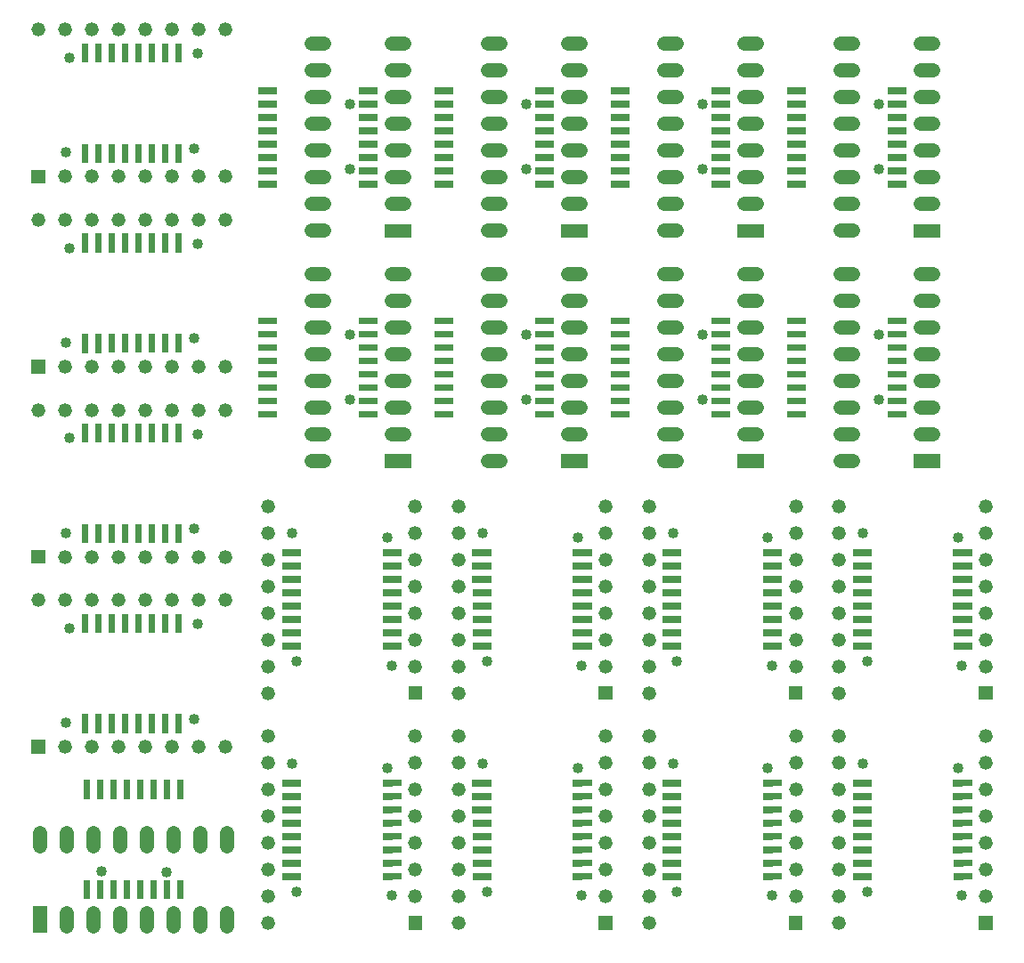
<source format=gts>
%FSLAX24Y24*%
%MOIN*%
%ADD10C,0.0400*%
%ADD11C,0.0520*%
D10*
G01X12495Y22865D03*
X12485Y20422D03*
X12495Y31485D03*
X12485Y29042D03*
X5625Y2725D03*
X3182Y2735D03*
X25695Y31485D03*
X25685Y29042D03*
X19095Y22865D03*
X19085Y20422D03*
X25695Y22865D03*
X25685Y20422D03*
X19095Y31485D03*
X19085Y29042D03*
X32295Y31485D03*
X32285Y29042D03*
X32295Y22865D03*
X32285Y20422D03*
X6633Y29822D03*
X6782Y33372D03*
X1840Y29668D03*
X1990Y33220D03*
X13878Y6633D03*
X10328Y6782D03*
X14032Y1840D03*
X10480Y1990D03*
X20998Y6633D03*
X17448Y6782D03*
X21152Y1840D03*
X17600Y1990D03*
X35238Y6633D03*
X31688Y6782D03*
X35392Y1840D03*
X31840Y1990D03*
X28118Y6633D03*
X24568Y6782D03*
X28272Y1840D03*
X24720Y1990D03*
X13878Y15253D03*
X10328Y15402D03*
X14032Y10460D03*
X10480Y10610D03*
X20998Y15253D03*
X17448Y15402D03*
X21152Y10460D03*
X17600Y10610D03*
X28118Y15253D03*
X24568Y15402D03*
X28272Y10460D03*
X24720Y10610D03*
X6633Y22702D03*
X6782Y26252D03*
X1840Y22548D03*
X1990Y26100D03*
X6633Y15582D03*
X6782Y19132D03*
X1840Y15428D03*
X1990Y18980D03*
X6633Y8462D03*
X6782Y12012D03*
X1840Y8308D03*
X1990Y11860D03*
X35238Y15253D03*
X31688Y15402D03*
X35392Y10460D03*
X31840Y10610D03*
D11*
G01X11043Y18115D02*
X11523Y18115D01*
X14043Y20115D02*
X14523Y20115D01*
X14043Y19115D02*
X14523Y19115D01*
X11043Y19115D02*
X11523Y19115D01*
X11043Y25115D02*
X11523Y25115D01*
X11043Y24115D02*
X11523Y24115D01*
X14043Y22115D02*
X14523Y22115D01*
X14043Y24115D02*
X14523Y24115D01*
X14043Y21115D02*
X14523Y21115D01*
X14043Y25115D02*
X14523Y25115D01*
X14043Y23115D02*
X14523Y23115D01*
X11043Y21115D02*
X11523Y21115D01*
X11043Y20115D02*
X11523Y20115D01*
X11043Y23115D02*
X11523Y23115D01*
X11043Y22115D02*
X11523Y22115D01*
X11043Y26735D02*
X11523Y26735D01*
X14043Y28735D02*
X14523Y28735D01*
X14043Y27735D02*
X14523Y27735D01*
X11043Y27735D02*
X11523Y27735D01*
X11043Y33735D02*
X11523Y33735D01*
X11043Y32735D02*
X11523Y32735D01*
X14043Y30735D02*
X14523Y30735D01*
X14043Y32735D02*
X14523Y32735D01*
X14043Y29735D02*
X14523Y29735D01*
X14043Y33735D02*
X14523Y33735D01*
X14043Y31735D02*
X14523Y31735D01*
X11043Y29735D02*
X11523Y29735D01*
X11043Y28735D02*
X11523Y28735D01*
X11043Y31735D02*
X11523Y31735D01*
X11043Y30735D02*
X11523Y30735D01*
X875Y4177D02*
X875Y3697D01*
X2875Y1177D02*
X2875Y697D01*
X1875Y1177D02*
X1875Y697D01*
X1875Y4177D02*
X1875Y3697D01*
X7875Y4177D02*
X7875Y3697D01*
X6875Y4177D02*
X6875Y3697D01*
X4875Y1177D02*
X4875Y697D01*
X6875Y1177D02*
X6875Y697D01*
X3875Y1177D02*
X3875Y697D01*
X7875Y1177D02*
X7875Y697D01*
X5875Y1177D02*
X5875Y697D01*
X3875Y4177D02*
X3875Y3697D01*
X2875Y4177D02*
X2875Y3697D01*
X5875Y4177D02*
X5875Y3697D01*
X4875Y4177D02*
X4875Y3697D01*
X24243Y26735D02*
X24723Y26735D01*
X27243Y28735D02*
X27723Y28735D01*
X27243Y27735D02*
X27723Y27735D01*
X24243Y27735D02*
X24723Y27735D01*
X24243Y33735D02*
X24723Y33735D01*
X24243Y32735D02*
X24723Y32735D01*
X27243Y30735D02*
X27723Y30735D01*
X27243Y32735D02*
X27723Y32735D01*
X27243Y29735D02*
X27723Y29735D01*
X27243Y33735D02*
X27723Y33735D01*
X27243Y31735D02*
X27723Y31735D01*
X24243Y29735D02*
X24723Y29735D01*
X24243Y28735D02*
X24723Y28735D01*
X24243Y31735D02*
X24723Y31735D01*
X24243Y30735D02*
X24723Y30735D01*
X17643Y18115D02*
X18123Y18115D01*
X20643Y20115D02*
X21123Y20115D01*
X20643Y19115D02*
X21123Y19115D01*
X17643Y19115D02*
X18123Y19115D01*
X17643Y25115D02*
X18123Y25115D01*
X17643Y24115D02*
X18123Y24115D01*
X20643Y22115D02*
X21123Y22115D01*
X20643Y24115D02*
X21123Y24115D01*
X20643Y21115D02*
X21123Y21115D01*
X20643Y25115D02*
X21123Y25115D01*
X20643Y23115D02*
X21123Y23115D01*
X17643Y21115D02*
X18123Y21115D01*
X17643Y20115D02*
X18123Y20115D01*
X17643Y23115D02*
X18123Y23115D01*
X17643Y22115D02*
X18123Y22115D01*
X24243Y18115D02*
X24723Y18115D01*
X27243Y20115D02*
X27723Y20115D01*
X27243Y19115D02*
X27723Y19115D01*
X24243Y19115D02*
X24723Y19115D01*
X24243Y25115D02*
X24723Y25115D01*
X24243Y24115D02*
X24723Y24115D01*
X27243Y22115D02*
X27723Y22115D01*
X27243Y24115D02*
X27723Y24115D01*
X27243Y21115D02*
X27723Y21115D01*
X27243Y25115D02*
X27723Y25115D01*
X27243Y23115D02*
X27723Y23115D01*
X24243Y21115D02*
X24723Y21115D01*
X24243Y20115D02*
X24723Y20115D01*
X24243Y23115D02*
X24723Y23115D01*
X24243Y22115D02*
X24723Y22115D01*
X17643Y26735D02*
X18123Y26735D01*
X20643Y28735D02*
X21123Y28735D01*
X20643Y27735D02*
X21123Y27735D01*
X17643Y27735D02*
X18123Y27735D01*
X17643Y33735D02*
X18123Y33735D01*
X17643Y32735D02*
X18123Y32735D01*
X20643Y30735D02*
X21123Y30735D01*
X20643Y32735D02*
X21123Y32735D01*
X20643Y29735D02*
X21123Y29735D01*
X20643Y33735D02*
X21123Y33735D01*
X20643Y31735D02*
X21123Y31735D01*
X17643Y29735D02*
X18123Y29735D01*
X17643Y28735D02*
X18123Y28735D01*
X17643Y31735D02*
X18123Y31735D01*
X17643Y30735D02*
X18123Y30735D01*
X30843Y26735D02*
X31323Y26735D01*
X33843Y28735D02*
X34323Y28735D01*
X33843Y27735D02*
X34323Y27735D01*
X30843Y27735D02*
X31323Y27735D01*
X30843Y33735D02*
X31323Y33735D01*
X30843Y32735D02*
X31323Y32735D01*
X33843Y30735D02*
X34323Y30735D01*
X33843Y32735D02*
X34323Y32735D01*
X33843Y29735D02*
X34323Y29735D01*
X33843Y33735D02*
X34323Y33735D01*
X33843Y31735D02*
X34323Y31735D01*
X30843Y29735D02*
X31323Y29735D01*
X30843Y28735D02*
X31323Y28735D01*
X30843Y31735D02*
X31323Y31735D01*
X30843Y30735D02*
X31323Y30735D01*
X30843Y18115D02*
X31323Y18115D01*
X33843Y20115D02*
X34323Y20115D01*
X33843Y19115D02*
X34323Y19115D01*
X30843Y19115D02*
X31323Y19115D01*
X30843Y25115D02*
X31323Y25115D01*
X30843Y24115D02*
X31323Y24115D01*
X33843Y22115D02*
X34323Y22115D01*
X33843Y24115D02*
X34323Y24115D01*
X33843Y21115D02*
X34323Y21115D01*
X33843Y25115D02*
X34323Y25115D01*
X33843Y23115D02*
X34323Y23115D01*
X30843Y21115D02*
X31323Y21115D01*
X30843Y20115D02*
X31323Y20115D01*
X30843Y23115D02*
X31323Y23115D01*
X30843Y22115D02*
X31323Y22115D01*
X6812Y34273D03*
X1812Y34273D03*
X3812Y34273D03*
X4812Y34273D03*
X812Y34273D03*
X3812Y28773D03*
X1812Y28773D03*
X2812Y34273D03*
X7812Y34273D03*
X4812Y28773D03*
X5812Y34273D03*
X7812Y28773D03*
X2812Y28773D03*
X6812Y28773D03*
X5812Y28773D03*
X9427Y6812D03*
X9427Y1812D03*
X9427Y3812D03*
X9427Y4812D03*
X9427Y812D03*
X14927Y3812D03*
X14927Y1812D03*
X9427Y2812D03*
X9427Y7812D03*
X14927Y4812D03*
X9427Y5812D03*
X14927Y7812D03*
X14927Y2812D03*
X14927Y6812D03*
X14927Y5812D03*
X16547Y6812D03*
X16547Y1812D03*
X16547Y3812D03*
X16547Y4812D03*
X16547Y812D03*
X22047Y3812D03*
X22047Y1812D03*
X16547Y2812D03*
X16547Y7812D03*
X22047Y4812D03*
X16547Y5812D03*
X22047Y7812D03*
X22047Y2812D03*
X22047Y6812D03*
X22047Y5812D03*
X30787Y6812D03*
X30787Y1812D03*
X30787Y3812D03*
X30787Y4812D03*
X30787Y812D03*
X36287Y3812D03*
X36287Y1812D03*
X30787Y2812D03*
X30787Y7812D03*
X36287Y4812D03*
X30787Y5812D03*
X36287Y7812D03*
X36287Y2812D03*
X36287Y6812D03*
X36287Y5812D03*
X23667Y6812D03*
X23667Y1812D03*
X23667Y3812D03*
X23667Y4812D03*
X23667Y812D03*
X29167Y3812D03*
X29167Y1812D03*
X23667Y2812D03*
X23667Y7812D03*
X29167Y4812D03*
X23667Y5812D03*
X29167Y7812D03*
X29167Y2812D03*
X29167Y6812D03*
X29167Y5812D03*
X9427Y15432D03*
X9427Y10432D03*
X9427Y12432D03*
X9427Y13432D03*
X9427Y9432D03*
X14927Y12432D03*
X14927Y10432D03*
X9427Y11432D03*
X9427Y16432D03*
X14927Y13432D03*
X9427Y14432D03*
X14927Y16432D03*
X14927Y11432D03*
X14927Y15432D03*
X14927Y14432D03*
X16547Y15432D03*
X16547Y10432D03*
X16547Y12432D03*
X16547Y13432D03*
X16547Y9432D03*
X22047Y12432D03*
X22047Y10432D03*
X16547Y11432D03*
X16547Y16432D03*
X22047Y13432D03*
X16547Y14432D03*
X22047Y16432D03*
X22047Y11432D03*
X22047Y15432D03*
X22047Y14432D03*
X23667Y15432D03*
X23667Y10432D03*
X23667Y12432D03*
X23667Y13432D03*
X23667Y9432D03*
X29167Y12432D03*
X29167Y10432D03*
X23667Y11432D03*
X23667Y16432D03*
X29167Y13432D03*
X23667Y14432D03*
X29167Y16432D03*
X29167Y11432D03*
X29167Y15432D03*
X29167Y14432D03*
X6812Y27153D03*
X1812Y27153D03*
X3812Y27153D03*
X4812Y27153D03*
X812Y27153D03*
X3812Y21653D03*
X1812Y21653D03*
X2812Y27153D03*
X7812Y27153D03*
X4812Y21653D03*
X5812Y27153D03*
X7812Y21653D03*
X2812Y21653D03*
X6812Y21653D03*
X5812Y21653D03*
X6812Y20033D03*
X1812Y20033D03*
X3812Y20033D03*
X4812Y20033D03*
X812Y20033D03*
X3812Y14533D03*
X1812Y14533D03*
X2812Y20033D03*
X7812Y20033D03*
X4812Y14533D03*
X5812Y20033D03*
X7812Y14533D03*
X2812Y14533D03*
X6812Y14533D03*
X5812Y14533D03*
X6812Y12913D03*
X1812Y12913D03*
X3812Y12913D03*
X4812Y12913D03*
X812Y12913D03*
X3812Y7413D03*
X1812Y7413D03*
X2812Y12913D03*
X7812Y12913D03*
X4812Y7413D03*
X5812Y12913D03*
X7812Y7413D03*
X2812Y7413D03*
X6812Y7413D03*
X5812Y7413D03*
X30787Y15432D03*
X30787Y10432D03*
X30787Y12432D03*
X30787Y13432D03*
X30787Y9432D03*
X36287Y12432D03*
X36287Y10432D03*
X30787Y11432D03*
X30787Y16432D03*
X36287Y13432D03*
X30787Y14432D03*
X36287Y16432D03*
X36287Y11432D03*
X36287Y15432D03*
X36287Y14432D03*
G36*
X13783Y18375D02*
X13783Y17855D01*
X14783Y17855D01*
X14783Y18375D01*
X13783Y18375D01*
G37*
G36*
X12807Y23492D02*
X12807Y23236D01*
X13516Y23237D01*
X13516Y23493D01*
X12807Y23492D01*
G37*
G36*
X12808Y19992D02*
X12808Y19736D01*
X13517Y19737D01*
X13517Y19993D01*
X12808Y19992D01*
G37*
G36*
X9047Y22492D02*
X9047Y22236D01*
X9756Y22237D01*
X9756Y22493D01*
X9047Y22492D01*
G37*
G36*
X12807Y21992D02*
X12807Y21736D01*
X13516Y21737D01*
X13516Y21993D01*
X12807Y21992D01*
G37*
G36*
X12807Y22492D02*
X12807Y22236D01*
X13516Y22237D01*
X13516Y22493D01*
X12807Y22492D01*
G37*
G36*
X12807Y21492D02*
X12807Y21236D01*
X13516Y21237D01*
X13516Y21493D01*
X12807Y21492D01*
G37*
G36*
X9048Y21992D02*
X9048Y21736D01*
X9757Y21737D01*
X9757Y21993D01*
X9048Y21992D01*
G37*
G36*
X9048Y21492D02*
X9048Y21236D01*
X9757Y21237D01*
X9757Y21493D01*
X9048Y21492D01*
G37*
G36*
X9047Y22992D02*
X9047Y22736D01*
X9756Y22737D01*
X9756Y22993D01*
X9047Y22992D01*
G37*
G36*
X9048Y19992D02*
X9048Y19736D01*
X9757Y19737D01*
X9757Y19993D01*
X9048Y19992D01*
G37*
G36*
X12807Y20992D02*
X12807Y20736D01*
X13516Y20737D01*
X13516Y20993D01*
X12807Y20992D01*
G37*
G36*
X9048Y20492D02*
X9048Y20236D01*
X9757Y20237D01*
X9757Y20493D01*
X9048Y20492D01*
G37*
G36*
X9048Y20992D02*
X9048Y20736D01*
X9757Y20737D01*
X9757Y20993D01*
X9048Y20992D01*
G37*
G36*
X9047Y23492D02*
X9047Y23236D01*
X9756Y23237D01*
X9756Y23493D01*
X9047Y23492D01*
G37*
G36*
X12807Y22992D02*
X12807Y22736D01*
X13516Y22737D01*
X13516Y22993D01*
X12807Y22992D01*
G37*
G36*
X12807Y20492D02*
X12807Y20236D01*
X13516Y20237D01*
X13516Y20493D01*
X12807Y20492D01*
G37*
G36*
X13783Y26995D02*
X13783Y26475D01*
X14783Y26475D01*
X14783Y26995D01*
X13783Y26995D01*
G37*
G36*
X12807Y32112D02*
X12807Y31856D01*
X13516Y31857D01*
X13516Y32113D01*
X12807Y32112D01*
G37*
G36*
X12808Y28612D02*
X12808Y28356D01*
X13517Y28357D01*
X13517Y28613D01*
X12808Y28612D01*
G37*
G36*
X9047Y31112D02*
X9047Y30856D01*
X9756Y30857D01*
X9756Y31113D01*
X9047Y31112D01*
G37*
G36*
X12807Y30612D02*
X12807Y30356D01*
X13516Y30357D01*
X13516Y30613D01*
X12807Y30612D01*
G37*
G36*
X12807Y31112D02*
X12807Y30856D01*
X13516Y30857D01*
X13516Y31113D01*
X12807Y31112D01*
G37*
G36*
X12807Y30112D02*
X12807Y29856D01*
X13516Y29857D01*
X13516Y30113D01*
X12807Y30112D01*
G37*
G36*
X9048Y30612D02*
X9048Y30356D01*
X9757Y30357D01*
X9757Y30613D01*
X9048Y30612D01*
G37*
G36*
X9048Y30112D02*
X9048Y29856D01*
X9757Y29857D01*
X9757Y30113D01*
X9048Y30112D01*
G37*
G36*
X9047Y31612D02*
X9047Y31356D01*
X9756Y31357D01*
X9756Y31613D01*
X9047Y31612D01*
G37*
G36*
X9048Y28612D02*
X9048Y28356D01*
X9757Y28357D01*
X9757Y28613D01*
X9048Y28612D01*
G37*
G36*
X12807Y29612D02*
X12807Y29356D01*
X13516Y29357D01*
X13516Y29613D01*
X12807Y29612D01*
G37*
G36*
X9048Y29112D02*
X9048Y28856D01*
X9757Y28857D01*
X9757Y29113D01*
X9048Y29112D01*
G37*
G36*
X9048Y29612D02*
X9048Y29356D01*
X9757Y29357D01*
X9757Y29613D01*
X9048Y29612D01*
G37*
G36*
X9047Y32112D02*
X9047Y31856D01*
X9756Y31857D01*
X9756Y32113D01*
X9047Y32112D01*
G37*
G36*
X12807Y31612D02*
X12807Y31356D01*
X13516Y31357D01*
X13516Y31613D01*
X12807Y31612D01*
G37*
G36*
X12807Y29112D02*
X12807Y28856D01*
X13516Y28857D01*
X13516Y29113D01*
X12807Y29112D01*
G37*
G36*
X1135Y1437D02*
X615Y1437D01*
X615Y437D01*
X1135Y437D01*
X1135Y1437D01*
G37*
G36*
X6252Y2412D02*
X5996Y2412D01*
X5997Y1703D01*
X6253Y1703D01*
X6252Y2412D01*
G37*
G36*
X2752Y2411D02*
X2496Y2411D01*
X2497Y1702D01*
X2753Y1702D01*
X2752Y2411D01*
G37*
G36*
X5252Y6172D02*
X4996Y6172D01*
X4997Y5463D01*
X5253Y5463D01*
X5252Y6172D01*
G37*
G36*
X4752Y2412D02*
X4496Y2412D01*
X4497Y1703D01*
X4753Y1703D01*
X4752Y2412D01*
G37*
G36*
X5252Y2412D02*
X4996Y2412D01*
X4997Y1703D01*
X5253Y1703D01*
X5252Y2412D01*
G37*
G36*
X4252Y2412D02*
X3996Y2412D01*
X3997Y1703D01*
X4253Y1703D01*
X4252Y2412D01*
G37*
G36*
X4752Y6171D02*
X4496Y6171D01*
X4497Y5462D01*
X4753Y5462D01*
X4752Y6171D01*
G37*
G36*
X4252Y6171D02*
X3996Y6171D01*
X3997Y5462D01*
X4253Y5462D01*
X4252Y6171D01*
G37*
G36*
X5752Y6172D02*
X5496Y6172D01*
X5497Y5463D01*
X5753Y5463D01*
X5752Y6172D01*
G37*
G36*
X2752Y6171D02*
X2496Y6171D01*
X2497Y5462D01*
X2753Y5462D01*
X2752Y6171D01*
G37*
G36*
X3752Y2412D02*
X3496Y2412D01*
X3497Y1703D01*
X3753Y1703D01*
X3752Y2412D01*
G37*
G36*
X3252Y6171D02*
X2996Y6171D01*
X2997Y5462D01*
X3253Y5462D01*
X3252Y6171D01*
G37*
G36*
X3752Y6171D02*
X3496Y6171D01*
X3497Y5462D01*
X3753Y5462D01*
X3752Y6171D01*
G37*
G36*
X6252Y6172D02*
X5996Y6172D01*
X5997Y5463D01*
X6253Y5463D01*
X6252Y6172D01*
G37*
G36*
X5752Y2412D02*
X5496Y2412D01*
X5497Y1703D01*
X5753Y1703D01*
X5752Y2412D01*
G37*
G36*
X3252Y2412D02*
X2996Y2412D01*
X2997Y1703D01*
X3253Y1703D01*
X3252Y2412D01*
G37*
G36*
X26983Y26995D02*
X26983Y26475D01*
X27983Y26475D01*
X27983Y26995D01*
X26983Y26995D01*
G37*
G36*
X26007Y32112D02*
X26007Y31856D01*
X26716Y31857D01*
X26716Y32113D01*
X26007Y32112D01*
G37*
G36*
X26008Y28612D02*
X26008Y28356D01*
X26717Y28357D01*
X26717Y28613D01*
X26008Y28612D01*
G37*
G36*
X22247Y31112D02*
X22247Y30856D01*
X22956Y30857D01*
X22956Y31113D01*
X22247Y31112D01*
G37*
G36*
X26007Y30612D02*
X26007Y30356D01*
X26716Y30357D01*
X26716Y30613D01*
X26007Y30612D01*
G37*
G36*
X26007Y31112D02*
X26007Y30856D01*
X26716Y30857D01*
X26716Y31113D01*
X26007Y31112D01*
G37*
G36*
X26007Y30112D02*
X26007Y29856D01*
X26716Y29857D01*
X26716Y30113D01*
X26007Y30112D01*
G37*
G36*
X22248Y30612D02*
X22248Y30356D01*
X22957Y30357D01*
X22957Y30613D01*
X22248Y30612D01*
G37*
G36*
X22248Y30112D02*
X22248Y29856D01*
X22957Y29857D01*
X22957Y30113D01*
X22248Y30112D01*
G37*
G36*
X22247Y31612D02*
X22247Y31356D01*
X22956Y31357D01*
X22956Y31613D01*
X22247Y31612D01*
G37*
G36*
X22248Y28612D02*
X22248Y28356D01*
X22957Y28357D01*
X22957Y28613D01*
X22248Y28612D01*
G37*
G36*
X26007Y29612D02*
X26007Y29356D01*
X26716Y29357D01*
X26716Y29613D01*
X26007Y29612D01*
G37*
G36*
X22248Y29112D02*
X22248Y28856D01*
X22957Y28857D01*
X22957Y29113D01*
X22248Y29112D01*
G37*
G36*
X22248Y29612D02*
X22248Y29356D01*
X22957Y29357D01*
X22957Y29613D01*
X22248Y29612D01*
G37*
G36*
X22247Y32112D02*
X22247Y31856D01*
X22956Y31857D01*
X22956Y32113D01*
X22247Y32112D01*
G37*
G36*
X26007Y31612D02*
X26007Y31356D01*
X26716Y31357D01*
X26716Y31613D01*
X26007Y31612D01*
G37*
G36*
X26007Y29112D02*
X26007Y28856D01*
X26716Y28857D01*
X26716Y29113D01*
X26007Y29112D01*
G37*
G36*
X20383Y18375D02*
X20383Y17855D01*
X21383Y17855D01*
X21383Y18375D01*
X20383Y18375D01*
G37*
G36*
X19407Y23492D02*
X19407Y23236D01*
X20116Y23237D01*
X20116Y23493D01*
X19407Y23492D01*
G37*
G36*
X19408Y19992D02*
X19408Y19736D01*
X20117Y19737D01*
X20117Y19993D01*
X19408Y19992D01*
G37*
G36*
X15647Y22492D02*
X15647Y22236D01*
X16356Y22237D01*
X16356Y22493D01*
X15647Y22492D01*
G37*
G36*
X19407Y21992D02*
X19407Y21736D01*
X20116Y21737D01*
X20116Y21993D01*
X19407Y21992D01*
G37*
G36*
X19407Y22492D02*
X19407Y22236D01*
X20116Y22237D01*
X20116Y22493D01*
X19407Y22492D01*
G37*
G36*
X19407Y21492D02*
X19407Y21236D01*
X20116Y21237D01*
X20116Y21493D01*
X19407Y21492D01*
G37*
G36*
X15648Y21992D02*
X15648Y21736D01*
X16357Y21737D01*
X16357Y21993D01*
X15648Y21992D01*
G37*
G36*
X15648Y21492D02*
X15648Y21236D01*
X16357Y21237D01*
X16357Y21493D01*
X15648Y21492D01*
G37*
G36*
X15647Y22992D02*
X15647Y22736D01*
X16356Y22737D01*
X16356Y22993D01*
X15647Y22992D01*
G37*
G36*
X15648Y19992D02*
X15648Y19736D01*
X16357Y19737D01*
X16357Y19993D01*
X15648Y19992D01*
G37*
G36*
X19407Y20992D02*
X19407Y20736D01*
X20116Y20737D01*
X20116Y20993D01*
X19407Y20992D01*
G37*
G36*
X15648Y20492D02*
X15648Y20236D01*
X16357Y20237D01*
X16357Y20493D01*
X15648Y20492D01*
G37*
G36*
X15648Y20992D02*
X15648Y20736D01*
X16357Y20737D01*
X16357Y20993D01*
X15648Y20992D01*
G37*
G36*
X15647Y23492D02*
X15647Y23236D01*
X16356Y23237D01*
X16356Y23493D01*
X15647Y23492D01*
G37*
G36*
X19407Y22992D02*
X19407Y22736D01*
X20116Y22737D01*
X20116Y22993D01*
X19407Y22992D01*
G37*
G36*
X19407Y20492D02*
X19407Y20236D01*
X20116Y20237D01*
X20116Y20493D01*
X19407Y20492D01*
G37*
G36*
X26983Y18375D02*
X26983Y17855D01*
X27983Y17855D01*
X27983Y18375D01*
X26983Y18375D01*
G37*
G36*
X26007Y23492D02*
X26007Y23236D01*
X26716Y23237D01*
X26716Y23493D01*
X26007Y23492D01*
G37*
G36*
X26008Y19992D02*
X26008Y19736D01*
X26717Y19737D01*
X26717Y19993D01*
X26008Y19992D01*
G37*
G36*
X22247Y22492D02*
X22247Y22236D01*
X22956Y22237D01*
X22956Y22493D01*
X22247Y22492D01*
G37*
G36*
X26007Y21992D02*
X26007Y21736D01*
X26716Y21737D01*
X26716Y21993D01*
X26007Y21992D01*
G37*
G36*
X26007Y22492D02*
X26007Y22236D01*
X26716Y22237D01*
X26716Y22493D01*
X26007Y22492D01*
G37*
G36*
X26007Y21492D02*
X26007Y21236D01*
X26716Y21237D01*
X26716Y21493D01*
X26007Y21492D01*
G37*
G36*
X22248Y21992D02*
X22248Y21736D01*
X22957Y21737D01*
X22957Y21993D01*
X22248Y21992D01*
G37*
G36*
X22248Y21492D02*
X22248Y21236D01*
X22957Y21237D01*
X22957Y21493D01*
X22248Y21492D01*
G37*
G36*
X22247Y22992D02*
X22247Y22736D01*
X22956Y22737D01*
X22956Y22993D01*
X22247Y22992D01*
G37*
G36*
X22248Y19992D02*
X22248Y19736D01*
X22957Y19737D01*
X22957Y19993D01*
X22248Y19992D01*
G37*
G36*
X26007Y20992D02*
X26007Y20736D01*
X26716Y20737D01*
X26716Y20993D01*
X26007Y20992D01*
G37*
G36*
X22248Y20492D02*
X22248Y20236D01*
X22957Y20237D01*
X22957Y20493D01*
X22248Y20492D01*
G37*
G36*
X22248Y20992D02*
X22248Y20736D01*
X22957Y20737D01*
X22957Y20993D01*
X22248Y20992D01*
G37*
G36*
X22247Y23492D02*
X22247Y23236D01*
X22956Y23237D01*
X22956Y23493D01*
X22247Y23492D01*
G37*
G36*
X26007Y22992D02*
X26007Y22736D01*
X26716Y22737D01*
X26716Y22993D01*
X26007Y22992D01*
G37*
G36*
X26007Y20492D02*
X26007Y20236D01*
X26716Y20237D01*
X26716Y20493D01*
X26007Y20492D01*
G37*
G36*
X20383Y26995D02*
X20383Y26475D01*
X21383Y26475D01*
X21383Y26995D01*
X20383Y26995D01*
G37*
G36*
X19407Y32112D02*
X19407Y31856D01*
X20116Y31857D01*
X20116Y32113D01*
X19407Y32112D01*
G37*
G36*
X19408Y28612D02*
X19408Y28356D01*
X20117Y28357D01*
X20117Y28613D01*
X19408Y28612D01*
G37*
G36*
X15647Y31112D02*
X15647Y30856D01*
X16356Y30857D01*
X16356Y31113D01*
X15647Y31112D01*
G37*
G36*
X19407Y30612D02*
X19407Y30356D01*
X20116Y30357D01*
X20116Y30613D01*
X19407Y30612D01*
G37*
G36*
X19407Y31112D02*
X19407Y30856D01*
X20116Y30857D01*
X20116Y31113D01*
X19407Y31112D01*
G37*
G36*
X19407Y30112D02*
X19407Y29856D01*
X20116Y29857D01*
X20116Y30113D01*
X19407Y30112D01*
G37*
G36*
X15648Y30612D02*
X15648Y30356D01*
X16357Y30357D01*
X16357Y30613D01*
X15648Y30612D01*
G37*
G36*
X15648Y30112D02*
X15648Y29856D01*
X16357Y29857D01*
X16357Y30113D01*
X15648Y30112D01*
G37*
G36*
X15647Y31612D02*
X15647Y31356D01*
X16356Y31357D01*
X16356Y31613D01*
X15647Y31612D01*
G37*
G36*
X15648Y28612D02*
X15648Y28356D01*
X16357Y28357D01*
X16357Y28613D01*
X15648Y28612D01*
G37*
G36*
X19407Y29612D02*
X19407Y29356D01*
X20116Y29357D01*
X20116Y29613D01*
X19407Y29612D01*
G37*
G36*
X15648Y29112D02*
X15648Y28856D01*
X16357Y28857D01*
X16357Y29113D01*
X15648Y29112D01*
G37*
G36*
X15648Y29612D02*
X15648Y29356D01*
X16357Y29357D01*
X16357Y29613D01*
X15648Y29612D01*
G37*
G36*
X15647Y32112D02*
X15647Y31856D01*
X16356Y31857D01*
X16356Y32113D01*
X15647Y32112D01*
G37*
G36*
X19407Y31612D02*
X19407Y31356D01*
X20116Y31357D01*
X20116Y31613D01*
X19407Y31612D01*
G37*
G36*
X19407Y29112D02*
X19407Y28856D01*
X20116Y28857D01*
X20116Y29113D01*
X19407Y29112D01*
G37*
G36*
X33583Y26995D02*
X33583Y26475D01*
X34583Y26475D01*
X34583Y26995D01*
X33583Y26995D01*
G37*
G36*
X32607Y32112D02*
X32607Y31856D01*
X33316Y31857D01*
X33316Y32113D01*
X32607Y32112D01*
G37*
G36*
X32608Y28612D02*
X32608Y28356D01*
X33317Y28357D01*
X33317Y28613D01*
X32608Y28612D01*
G37*
G36*
X28847Y31112D02*
X28847Y30856D01*
X29556Y30857D01*
X29556Y31113D01*
X28847Y31112D01*
G37*
G36*
X32607Y30612D02*
X32607Y30356D01*
X33316Y30357D01*
X33316Y30613D01*
X32607Y30612D01*
G37*
G36*
X32607Y31112D02*
X32607Y30856D01*
X33316Y30857D01*
X33316Y31113D01*
X32607Y31112D01*
G37*
G36*
X32607Y30112D02*
X32607Y29856D01*
X33316Y29857D01*
X33316Y30113D01*
X32607Y30112D01*
G37*
G36*
X28848Y30612D02*
X28848Y30356D01*
X29557Y30357D01*
X29557Y30613D01*
X28848Y30612D01*
G37*
G36*
X28848Y30112D02*
X28848Y29856D01*
X29557Y29857D01*
X29557Y30113D01*
X28848Y30112D01*
G37*
G36*
X28847Y31612D02*
X28847Y31356D01*
X29556Y31357D01*
X29556Y31613D01*
X28847Y31612D01*
G37*
G36*
X28848Y28612D02*
X28848Y28356D01*
X29557Y28357D01*
X29557Y28613D01*
X28848Y28612D01*
G37*
G36*
X32607Y29612D02*
X32607Y29356D01*
X33316Y29357D01*
X33316Y29613D01*
X32607Y29612D01*
G37*
G36*
X28848Y29112D02*
X28848Y28856D01*
X29557Y28857D01*
X29557Y29113D01*
X28848Y29112D01*
G37*
G36*
X28848Y29612D02*
X28848Y29356D01*
X29557Y29357D01*
X29557Y29613D01*
X28848Y29612D01*
G37*
G36*
X28847Y32112D02*
X28847Y31856D01*
X29556Y31857D01*
X29556Y32113D01*
X28847Y32112D01*
G37*
G36*
X32607Y31612D02*
X32607Y31356D01*
X33316Y31357D01*
X33316Y31613D01*
X32607Y31612D01*
G37*
G36*
X32607Y29112D02*
X32607Y28856D01*
X33316Y28857D01*
X33316Y29113D01*
X32607Y29112D01*
G37*
G36*
X33583Y18375D02*
X33583Y17855D01*
X34583Y17855D01*
X34583Y18375D01*
X33583Y18375D01*
G37*
G36*
X32607Y23492D02*
X32607Y23236D01*
X33316Y23237D01*
X33316Y23493D01*
X32607Y23492D01*
G37*
G36*
X32608Y19992D02*
X32608Y19736D01*
X33317Y19737D01*
X33317Y19993D01*
X32608Y19992D01*
G37*
G36*
X28847Y22492D02*
X28847Y22236D01*
X29556Y22237D01*
X29556Y22493D01*
X28847Y22492D01*
G37*
G36*
X32607Y21992D02*
X32607Y21736D01*
X33316Y21737D01*
X33316Y21993D01*
X32607Y21992D01*
G37*
G36*
X32607Y22492D02*
X32607Y22236D01*
X33316Y22237D01*
X33316Y22493D01*
X32607Y22492D01*
G37*
G36*
X32607Y21492D02*
X32607Y21236D01*
X33316Y21237D01*
X33316Y21493D01*
X32607Y21492D01*
G37*
G36*
X28848Y21992D02*
X28848Y21736D01*
X29557Y21737D01*
X29557Y21993D01*
X28848Y21992D01*
G37*
G36*
X28848Y21492D02*
X28848Y21236D01*
X29557Y21237D01*
X29557Y21493D01*
X28848Y21492D01*
G37*
G36*
X28847Y22992D02*
X28847Y22736D01*
X29556Y22737D01*
X29556Y22993D01*
X28847Y22992D01*
G37*
G36*
X28848Y19992D02*
X28848Y19736D01*
X29557Y19737D01*
X29557Y19993D01*
X28848Y19992D01*
G37*
G36*
X32607Y20992D02*
X32607Y20736D01*
X33316Y20737D01*
X33316Y20993D01*
X32607Y20992D01*
G37*
G36*
X28848Y20492D02*
X28848Y20236D01*
X29557Y20237D01*
X29557Y20493D01*
X28848Y20492D01*
G37*
G36*
X28848Y20992D02*
X28848Y20736D01*
X29557Y20737D01*
X29557Y20993D01*
X28848Y20992D01*
G37*
G36*
X28847Y23492D02*
X28847Y23236D01*
X29556Y23237D01*
X29556Y23493D01*
X28847Y23492D01*
G37*
G36*
X32607Y22992D02*
X32607Y22736D01*
X33316Y22737D01*
X33316Y22993D01*
X32607Y22992D01*
G37*
G36*
X32607Y20492D02*
X32607Y20236D01*
X33316Y20237D01*
X33316Y20493D01*
X32607Y20492D01*
G37*
G36*
X1072Y29033D02*
X552Y29033D01*
X552Y28513D01*
X1072Y28513D01*
X1072Y29033D01*
G37*
G36*
X5690Y29997D02*
X5434Y29997D01*
X5435Y29288D01*
X5691Y29288D01*
X5690Y29997D01*
G37*
G36*
X3690Y29997D02*
X3434Y29997D01*
X3435Y29288D01*
X3691Y29288D01*
X3690Y29997D01*
G37*
G36*
X6189Y33757D02*
X5933Y33757D01*
X5934Y33048D01*
X6190Y33048D01*
X6189Y33757D01*
G37*
G36*
X4189Y33756D02*
X3933Y33756D01*
X3934Y33047D01*
X4190Y33047D01*
X4189Y33756D01*
G37*
G36*
X3189Y33756D02*
X2933Y33756D01*
X2934Y33047D01*
X3190Y33047D01*
X3189Y33756D01*
G37*
G36*
X3689Y33756D02*
X3433Y33756D01*
X3434Y33047D01*
X3690Y33047D01*
X3689Y33756D01*
G37*
G36*
X5190Y29997D02*
X4934Y29997D01*
X4935Y29288D01*
X5191Y29288D01*
X5190Y29997D01*
G37*
G36*
X5689Y33757D02*
X5433Y33757D01*
X5434Y33048D01*
X5690Y33048D01*
X5689Y33757D01*
G37*
G36*
X6190Y29997D02*
X5934Y29997D01*
X5935Y29288D01*
X6191Y29288D01*
X6190Y29997D01*
G37*
G36*
X5189Y33757D02*
X4933Y33757D01*
X4934Y33048D01*
X5190Y33048D01*
X5189Y33757D01*
G37*
G36*
X4689Y33756D02*
X4433Y33756D01*
X4434Y33047D01*
X4690Y33047D01*
X4689Y33756D01*
G37*
G36*
X4190Y29997D02*
X3934Y29997D01*
X3935Y29288D01*
X4191Y29288D01*
X4190Y29997D01*
G37*
G36*
X3190Y29996D02*
X2934Y29996D01*
X2935Y29287D01*
X3191Y29287D01*
X3190Y29996D01*
G37*
G36*
X4690Y29997D02*
X4434Y29997D01*
X4435Y29288D01*
X4691Y29288D01*
X4690Y29997D01*
G37*
G36*
X2689Y33756D02*
X2433Y33756D01*
X2434Y33047D01*
X2690Y33047D01*
X2689Y33756D01*
G37*
G36*
X2690Y29996D02*
X2434Y29996D01*
X2435Y29287D01*
X2691Y29287D01*
X2690Y29996D01*
G37*
G36*
X14667Y1072D02*
X14667Y552D01*
X15187Y552D01*
X15187Y1072D01*
X14667Y1072D01*
G37*
G36*
X13702Y5690D02*
X13702Y5434D01*
X14411Y5435D01*
X14411Y5691D01*
X13702Y5690D01*
G37*
G36*
X13702Y3690D02*
X13702Y3434D01*
X14411Y3435D01*
X14411Y3691D01*
X13702Y3690D01*
G37*
G36*
X9942Y6189D02*
X9942Y5933D01*
X10651Y5934D01*
X10651Y6190D01*
X9942Y6189D01*
G37*
G36*
X9943Y4189D02*
X9943Y3933D01*
X10652Y3934D01*
X10652Y4190D01*
X9943Y4189D01*
G37*
G36*
X9943Y3189D02*
X9943Y2933D01*
X10652Y2934D01*
X10652Y3190D01*
X9943Y3189D01*
G37*
G36*
X9943Y3689D02*
X9943Y3433D01*
X10652Y3434D01*
X10652Y3690D01*
X9943Y3689D01*
G37*
G36*
X13702Y5190D02*
X13702Y4934D01*
X14411Y4935D01*
X14411Y5191D01*
X13702Y5190D01*
G37*
G36*
X9942Y5689D02*
X9942Y5433D01*
X10651Y5434D01*
X10651Y5690D01*
X9942Y5689D01*
G37*
G36*
X13702Y6190D02*
X13702Y5934D01*
X14411Y5935D01*
X14411Y6191D01*
X13702Y6190D01*
G37*
G36*
X9942Y5189D02*
X9942Y4933D01*
X10651Y4934D01*
X10651Y5190D01*
X9942Y5189D01*
G37*
G36*
X9943Y4689D02*
X9943Y4433D01*
X10652Y4434D01*
X10652Y4690D01*
X9943Y4689D01*
G37*
G36*
X13702Y4190D02*
X13702Y3934D01*
X14411Y3935D01*
X14411Y4191D01*
X13702Y4190D01*
G37*
G36*
X13703Y3190D02*
X13703Y2934D01*
X14412Y2935D01*
X14412Y3191D01*
X13703Y3190D01*
G37*
G36*
X13702Y4690D02*
X13702Y4434D01*
X14411Y4435D01*
X14411Y4691D01*
X13702Y4690D01*
G37*
G36*
X9943Y2689D02*
X9943Y2433D01*
X10652Y2434D01*
X10652Y2690D01*
X9943Y2689D01*
G37*
G36*
X13703Y2690D02*
X13703Y2434D01*
X14412Y2435D01*
X14412Y2691D01*
X13703Y2690D01*
G37*
G36*
X21787Y1072D02*
X21787Y552D01*
X22307Y552D01*
X22307Y1072D01*
X21787Y1072D01*
G37*
G36*
X20822Y5690D02*
X20822Y5434D01*
X21531Y5435D01*
X21531Y5691D01*
X20822Y5690D01*
G37*
G36*
X20822Y3690D02*
X20822Y3434D01*
X21531Y3435D01*
X21531Y3691D01*
X20822Y3690D01*
G37*
G36*
X17062Y6189D02*
X17062Y5933D01*
X17771Y5934D01*
X17771Y6190D01*
X17062Y6189D01*
G37*
G36*
X17063Y4189D02*
X17063Y3933D01*
X17772Y3934D01*
X17772Y4190D01*
X17063Y4189D01*
G37*
G36*
X17063Y3189D02*
X17063Y2933D01*
X17772Y2934D01*
X17772Y3190D01*
X17063Y3189D01*
G37*
G36*
X17063Y3689D02*
X17063Y3433D01*
X17772Y3434D01*
X17772Y3690D01*
X17063Y3689D01*
G37*
G36*
X20822Y5190D02*
X20822Y4934D01*
X21531Y4935D01*
X21531Y5191D01*
X20822Y5190D01*
G37*
G36*
X17062Y5689D02*
X17062Y5433D01*
X17771Y5434D01*
X17771Y5690D01*
X17062Y5689D01*
G37*
G36*
X20822Y6190D02*
X20822Y5934D01*
X21531Y5935D01*
X21531Y6191D01*
X20822Y6190D01*
G37*
G36*
X17062Y5189D02*
X17062Y4933D01*
X17771Y4934D01*
X17771Y5190D01*
X17062Y5189D01*
G37*
G36*
X17063Y4689D02*
X17063Y4433D01*
X17772Y4434D01*
X17772Y4690D01*
X17063Y4689D01*
G37*
G36*
X20822Y4190D02*
X20822Y3934D01*
X21531Y3935D01*
X21531Y4191D01*
X20822Y4190D01*
G37*
G36*
X20823Y3190D02*
X20823Y2934D01*
X21532Y2935D01*
X21532Y3191D01*
X20823Y3190D01*
G37*
G36*
X20822Y4690D02*
X20822Y4434D01*
X21531Y4435D01*
X21531Y4691D01*
X20822Y4690D01*
G37*
G36*
X17063Y2689D02*
X17063Y2433D01*
X17772Y2434D01*
X17772Y2690D01*
X17063Y2689D01*
G37*
G36*
X20823Y2690D02*
X20823Y2434D01*
X21532Y2435D01*
X21532Y2691D01*
X20823Y2690D01*
G37*
G36*
X36027Y1072D02*
X36027Y552D01*
X36547Y552D01*
X36547Y1072D01*
X36027Y1072D01*
G37*
G36*
X35062Y5690D02*
X35062Y5434D01*
X35771Y5435D01*
X35771Y5691D01*
X35062Y5690D01*
G37*
G36*
X35062Y3690D02*
X35062Y3434D01*
X35771Y3435D01*
X35771Y3691D01*
X35062Y3690D01*
G37*
G36*
X31302Y6189D02*
X31302Y5933D01*
X32011Y5934D01*
X32011Y6190D01*
X31302Y6189D01*
G37*
G36*
X31303Y4189D02*
X31303Y3933D01*
X32012Y3934D01*
X32012Y4190D01*
X31303Y4189D01*
G37*
G36*
X31303Y3189D02*
X31303Y2933D01*
X32012Y2934D01*
X32012Y3190D01*
X31303Y3189D01*
G37*
G36*
X31303Y3689D02*
X31303Y3433D01*
X32012Y3434D01*
X32012Y3690D01*
X31303Y3689D01*
G37*
G36*
X35062Y5190D02*
X35062Y4934D01*
X35771Y4935D01*
X35771Y5191D01*
X35062Y5190D01*
G37*
G36*
X31302Y5689D02*
X31302Y5433D01*
X32011Y5434D01*
X32011Y5690D01*
X31302Y5689D01*
G37*
G36*
X35062Y6190D02*
X35062Y5934D01*
X35771Y5935D01*
X35771Y6191D01*
X35062Y6190D01*
G37*
G36*
X31302Y5189D02*
X31302Y4933D01*
X32011Y4934D01*
X32011Y5190D01*
X31302Y5189D01*
G37*
G36*
X31303Y4689D02*
X31303Y4433D01*
X32012Y4434D01*
X32012Y4690D01*
X31303Y4689D01*
G37*
G36*
X35062Y4190D02*
X35062Y3934D01*
X35771Y3935D01*
X35771Y4191D01*
X35062Y4190D01*
G37*
G36*
X35063Y3190D02*
X35063Y2934D01*
X35772Y2935D01*
X35772Y3191D01*
X35063Y3190D01*
G37*
G36*
X35062Y4690D02*
X35062Y4434D01*
X35771Y4435D01*
X35771Y4691D01*
X35062Y4690D01*
G37*
G36*
X31303Y2689D02*
X31303Y2433D01*
X32012Y2434D01*
X32012Y2690D01*
X31303Y2689D01*
G37*
G36*
X35063Y2690D02*
X35063Y2434D01*
X35772Y2435D01*
X35772Y2691D01*
X35063Y2690D01*
G37*
G36*
X28907Y1072D02*
X28907Y552D01*
X29427Y552D01*
X29427Y1072D01*
X28907Y1072D01*
G37*
G36*
X27942Y5690D02*
X27942Y5434D01*
X28651Y5435D01*
X28651Y5691D01*
X27942Y5690D01*
G37*
G36*
X27942Y3690D02*
X27942Y3434D01*
X28651Y3435D01*
X28651Y3691D01*
X27942Y3690D01*
G37*
G36*
X24182Y6189D02*
X24182Y5933D01*
X24891Y5934D01*
X24891Y6190D01*
X24182Y6189D01*
G37*
G36*
X24183Y4189D02*
X24183Y3933D01*
X24892Y3934D01*
X24892Y4190D01*
X24183Y4189D01*
G37*
G36*
X24183Y3189D02*
X24183Y2933D01*
X24892Y2934D01*
X24892Y3190D01*
X24183Y3189D01*
G37*
G36*
X24183Y3689D02*
X24183Y3433D01*
X24892Y3434D01*
X24892Y3690D01*
X24183Y3689D01*
G37*
G36*
X27942Y5190D02*
X27942Y4934D01*
X28651Y4935D01*
X28651Y5191D01*
X27942Y5190D01*
G37*
G36*
X24182Y5689D02*
X24182Y5433D01*
X24891Y5434D01*
X24891Y5690D01*
X24182Y5689D01*
G37*
G36*
X27942Y6190D02*
X27942Y5934D01*
X28651Y5935D01*
X28651Y6191D01*
X27942Y6190D01*
G37*
G36*
X24182Y5189D02*
X24182Y4933D01*
X24891Y4934D01*
X24891Y5190D01*
X24182Y5189D01*
G37*
G36*
X24183Y4689D02*
X24183Y4433D01*
X24892Y4434D01*
X24892Y4690D01*
X24183Y4689D01*
G37*
G36*
X27942Y4190D02*
X27942Y3934D01*
X28651Y3935D01*
X28651Y4191D01*
X27942Y4190D01*
G37*
G36*
X27943Y3190D02*
X27943Y2934D01*
X28652Y2935D01*
X28652Y3191D01*
X27943Y3190D01*
G37*
G36*
X27942Y4690D02*
X27942Y4434D01*
X28651Y4435D01*
X28651Y4691D01*
X27942Y4690D01*
G37*
G36*
X24183Y2689D02*
X24183Y2433D01*
X24892Y2434D01*
X24892Y2690D01*
X24183Y2689D01*
G37*
G36*
X27943Y2690D02*
X27943Y2434D01*
X28652Y2435D01*
X28652Y2691D01*
X27943Y2690D01*
G37*
G36*
X14667Y9692D02*
X14667Y9172D01*
X15187Y9172D01*
X15187Y9692D01*
X14667Y9692D01*
G37*
G36*
X13702Y14310D02*
X13702Y14054D01*
X14411Y14055D01*
X14411Y14311D01*
X13702Y14310D01*
G37*
G36*
X13702Y12310D02*
X13702Y12054D01*
X14411Y12055D01*
X14411Y12311D01*
X13702Y12310D01*
G37*
G36*
X9942Y14809D02*
X9942Y14553D01*
X10651Y14554D01*
X10651Y14810D01*
X9942Y14809D01*
G37*
G36*
X9943Y12809D02*
X9943Y12553D01*
X10652Y12554D01*
X10652Y12810D01*
X9943Y12809D01*
G37*
G36*
X9943Y11809D02*
X9943Y11553D01*
X10652Y11554D01*
X10652Y11810D01*
X9943Y11809D01*
G37*
G36*
X9943Y12309D02*
X9943Y12053D01*
X10652Y12054D01*
X10652Y12310D01*
X9943Y12309D01*
G37*
G36*
X13702Y13810D02*
X13702Y13554D01*
X14411Y13555D01*
X14411Y13811D01*
X13702Y13810D01*
G37*
G36*
X9942Y14309D02*
X9942Y14053D01*
X10651Y14054D01*
X10651Y14310D01*
X9942Y14309D01*
G37*
G36*
X13702Y14810D02*
X13702Y14554D01*
X14411Y14555D01*
X14411Y14811D01*
X13702Y14810D01*
G37*
G36*
X9942Y13809D02*
X9942Y13553D01*
X10651Y13554D01*
X10651Y13810D01*
X9942Y13809D01*
G37*
G36*
X9943Y13309D02*
X9943Y13053D01*
X10652Y13054D01*
X10652Y13310D01*
X9943Y13309D01*
G37*
G36*
X13702Y12810D02*
X13702Y12554D01*
X14411Y12555D01*
X14411Y12811D01*
X13702Y12810D01*
G37*
G36*
X13703Y11810D02*
X13703Y11554D01*
X14412Y11555D01*
X14412Y11811D01*
X13703Y11810D01*
G37*
G36*
X13702Y13310D02*
X13702Y13054D01*
X14411Y13055D01*
X14411Y13311D01*
X13702Y13310D01*
G37*
G36*
X9943Y11309D02*
X9943Y11053D01*
X10652Y11054D01*
X10652Y11310D01*
X9943Y11309D01*
G37*
G36*
X13703Y11310D02*
X13703Y11054D01*
X14412Y11055D01*
X14412Y11311D01*
X13703Y11310D01*
G37*
G36*
X21787Y9692D02*
X21787Y9172D01*
X22307Y9172D01*
X22307Y9692D01*
X21787Y9692D01*
G37*
G36*
X20822Y14310D02*
X20822Y14054D01*
X21531Y14055D01*
X21531Y14311D01*
X20822Y14310D01*
G37*
G36*
X20822Y12310D02*
X20822Y12054D01*
X21531Y12055D01*
X21531Y12311D01*
X20822Y12310D01*
G37*
G36*
X17062Y14809D02*
X17062Y14553D01*
X17771Y14554D01*
X17771Y14810D01*
X17062Y14809D01*
G37*
G36*
X17063Y12809D02*
X17063Y12553D01*
X17772Y12554D01*
X17772Y12810D01*
X17063Y12809D01*
G37*
G36*
X17063Y11809D02*
X17063Y11553D01*
X17772Y11554D01*
X17772Y11810D01*
X17063Y11809D01*
G37*
G36*
X17063Y12309D02*
X17063Y12053D01*
X17772Y12054D01*
X17772Y12310D01*
X17063Y12309D01*
G37*
G36*
X20822Y13810D02*
X20822Y13554D01*
X21531Y13555D01*
X21531Y13811D01*
X20822Y13810D01*
G37*
G36*
X17062Y14309D02*
X17062Y14053D01*
X17771Y14054D01*
X17771Y14310D01*
X17062Y14309D01*
G37*
G36*
X20822Y14810D02*
X20822Y14554D01*
X21531Y14555D01*
X21531Y14811D01*
X20822Y14810D01*
G37*
G36*
X17062Y13809D02*
X17062Y13553D01*
X17771Y13554D01*
X17771Y13810D01*
X17062Y13809D01*
G37*
G36*
X17063Y13309D02*
X17063Y13053D01*
X17772Y13054D01*
X17772Y13310D01*
X17063Y13309D01*
G37*
G36*
X20822Y12810D02*
X20822Y12554D01*
X21531Y12555D01*
X21531Y12811D01*
X20822Y12810D01*
G37*
G36*
X20823Y11810D02*
X20823Y11554D01*
X21532Y11555D01*
X21532Y11811D01*
X20823Y11810D01*
G37*
G36*
X20822Y13310D02*
X20822Y13054D01*
X21531Y13055D01*
X21531Y13311D01*
X20822Y13310D01*
G37*
G36*
X17063Y11309D02*
X17063Y11053D01*
X17772Y11054D01*
X17772Y11310D01*
X17063Y11309D01*
G37*
G36*
X20823Y11310D02*
X20823Y11054D01*
X21532Y11055D01*
X21532Y11311D01*
X20823Y11310D01*
G37*
G36*
X28907Y9692D02*
X28907Y9172D01*
X29427Y9172D01*
X29427Y9692D01*
X28907Y9692D01*
G37*
G36*
X27942Y14310D02*
X27942Y14054D01*
X28651Y14055D01*
X28651Y14311D01*
X27942Y14310D01*
G37*
G36*
X27942Y12310D02*
X27942Y12054D01*
X28651Y12055D01*
X28651Y12311D01*
X27942Y12310D01*
G37*
G36*
X24182Y14809D02*
X24182Y14553D01*
X24891Y14554D01*
X24891Y14810D01*
X24182Y14809D01*
G37*
G36*
X24183Y12809D02*
X24183Y12553D01*
X24892Y12554D01*
X24892Y12810D01*
X24183Y12809D01*
G37*
G36*
X24183Y11809D02*
X24183Y11553D01*
X24892Y11554D01*
X24892Y11810D01*
X24183Y11809D01*
G37*
G36*
X24183Y12309D02*
X24183Y12053D01*
X24892Y12054D01*
X24892Y12310D01*
X24183Y12309D01*
G37*
G36*
X27942Y13810D02*
X27942Y13554D01*
X28651Y13555D01*
X28651Y13811D01*
X27942Y13810D01*
G37*
G36*
X24182Y14309D02*
X24182Y14053D01*
X24891Y14054D01*
X24891Y14310D01*
X24182Y14309D01*
G37*
G36*
X27942Y14810D02*
X27942Y14554D01*
X28651Y14555D01*
X28651Y14811D01*
X27942Y14810D01*
G37*
G36*
X24182Y13809D02*
X24182Y13553D01*
X24891Y13554D01*
X24891Y13810D01*
X24182Y13809D01*
G37*
G36*
X24183Y13309D02*
X24183Y13053D01*
X24892Y13054D01*
X24892Y13310D01*
X24183Y13309D01*
G37*
G36*
X27942Y12810D02*
X27942Y12554D01*
X28651Y12555D01*
X28651Y12811D01*
X27942Y12810D01*
G37*
G36*
X27943Y11810D02*
X27943Y11554D01*
X28652Y11555D01*
X28652Y11811D01*
X27943Y11810D01*
G37*
G36*
X27942Y13310D02*
X27942Y13054D01*
X28651Y13055D01*
X28651Y13311D01*
X27942Y13310D01*
G37*
G36*
X24183Y11309D02*
X24183Y11053D01*
X24892Y11054D01*
X24892Y11310D01*
X24183Y11309D01*
G37*
G36*
X27943Y11310D02*
X27943Y11054D01*
X28652Y11055D01*
X28652Y11311D01*
X27943Y11310D01*
G37*
G36*
X1072Y21913D02*
X552Y21913D01*
X552Y21393D01*
X1072Y21393D01*
X1072Y21913D01*
G37*
G36*
X5690Y22877D02*
X5434Y22877D01*
X5435Y22168D01*
X5691Y22168D01*
X5690Y22877D01*
G37*
G36*
X3690Y22877D02*
X3434Y22877D01*
X3435Y22168D01*
X3691Y22168D01*
X3690Y22877D01*
G37*
G36*
X6189Y26637D02*
X5933Y26637D01*
X5934Y25928D01*
X6190Y25928D01*
X6189Y26637D01*
G37*
G36*
X4189Y26636D02*
X3933Y26636D01*
X3934Y25927D01*
X4190Y25927D01*
X4189Y26636D01*
G37*
G36*
X3189Y26636D02*
X2933Y26636D01*
X2934Y25927D01*
X3190Y25927D01*
X3189Y26636D01*
G37*
G36*
X3689Y26636D02*
X3433Y26636D01*
X3434Y25927D01*
X3690Y25927D01*
X3689Y26636D01*
G37*
G36*
X5190Y22877D02*
X4934Y22877D01*
X4935Y22168D01*
X5191Y22168D01*
X5190Y22877D01*
G37*
G36*
X5689Y26637D02*
X5433Y26637D01*
X5434Y25928D01*
X5690Y25928D01*
X5689Y26637D01*
G37*
G36*
X6190Y22877D02*
X5934Y22877D01*
X5935Y22168D01*
X6191Y22168D01*
X6190Y22877D01*
G37*
G36*
X5189Y26637D02*
X4933Y26637D01*
X4934Y25928D01*
X5190Y25928D01*
X5189Y26637D01*
G37*
G36*
X4689Y26636D02*
X4433Y26636D01*
X4434Y25927D01*
X4690Y25927D01*
X4689Y26636D01*
G37*
G36*
X4190Y22877D02*
X3934Y22877D01*
X3935Y22168D01*
X4191Y22168D01*
X4190Y22877D01*
G37*
G36*
X3190Y22876D02*
X2934Y22876D01*
X2935Y22167D01*
X3191Y22167D01*
X3190Y22876D01*
G37*
G36*
X4690Y22877D02*
X4434Y22877D01*
X4435Y22168D01*
X4691Y22168D01*
X4690Y22877D01*
G37*
G36*
X2689Y26636D02*
X2433Y26636D01*
X2434Y25927D01*
X2690Y25927D01*
X2689Y26636D01*
G37*
G36*
X2690Y22876D02*
X2434Y22876D01*
X2435Y22167D01*
X2691Y22167D01*
X2690Y22876D01*
G37*
G36*
X1072Y14793D02*
X552Y14793D01*
X552Y14273D01*
X1072Y14273D01*
X1072Y14793D01*
G37*
G36*
X5690Y15757D02*
X5434Y15757D01*
X5435Y15048D01*
X5691Y15048D01*
X5690Y15757D01*
G37*
G36*
X3690Y15757D02*
X3434Y15757D01*
X3435Y15048D01*
X3691Y15048D01*
X3690Y15757D01*
G37*
G36*
X6189Y19517D02*
X5933Y19517D01*
X5934Y18808D01*
X6190Y18808D01*
X6189Y19517D01*
G37*
G36*
X4189Y19516D02*
X3933Y19516D01*
X3934Y18807D01*
X4190Y18807D01*
X4189Y19516D01*
G37*
G36*
X3189Y19516D02*
X2933Y19516D01*
X2934Y18807D01*
X3190Y18807D01*
X3189Y19516D01*
G37*
G36*
X3689Y19516D02*
X3433Y19516D01*
X3434Y18807D01*
X3690Y18807D01*
X3689Y19516D01*
G37*
G36*
X5190Y15757D02*
X4934Y15757D01*
X4935Y15048D01*
X5191Y15048D01*
X5190Y15757D01*
G37*
G36*
X5689Y19517D02*
X5433Y19517D01*
X5434Y18808D01*
X5690Y18808D01*
X5689Y19517D01*
G37*
G36*
X6190Y15757D02*
X5934Y15757D01*
X5935Y15048D01*
X6191Y15048D01*
X6190Y15757D01*
G37*
G36*
X5189Y19517D02*
X4933Y19517D01*
X4934Y18808D01*
X5190Y18808D01*
X5189Y19517D01*
G37*
G36*
X4689Y19516D02*
X4433Y19516D01*
X4434Y18807D01*
X4690Y18807D01*
X4689Y19516D01*
G37*
G36*
X4190Y15757D02*
X3934Y15757D01*
X3935Y15048D01*
X4191Y15048D01*
X4190Y15757D01*
G37*
G36*
X3190Y15756D02*
X2934Y15756D01*
X2935Y15047D01*
X3191Y15047D01*
X3190Y15756D01*
G37*
G36*
X4690Y15757D02*
X4434Y15757D01*
X4435Y15048D01*
X4691Y15048D01*
X4690Y15757D01*
G37*
G36*
X2689Y19516D02*
X2433Y19516D01*
X2434Y18807D01*
X2690Y18807D01*
X2689Y19516D01*
G37*
G36*
X2690Y15756D02*
X2434Y15756D01*
X2435Y15047D01*
X2691Y15047D01*
X2690Y15756D01*
G37*
G36*
X1072Y7673D02*
X552Y7673D01*
X552Y7153D01*
X1072Y7153D01*
X1072Y7673D01*
G37*
G36*
X5690Y8637D02*
X5434Y8637D01*
X5435Y7928D01*
X5691Y7928D01*
X5690Y8637D01*
G37*
G36*
X3690Y8637D02*
X3434Y8637D01*
X3435Y7928D01*
X3691Y7928D01*
X3690Y8637D01*
G37*
G36*
X6189Y12397D02*
X5933Y12397D01*
X5934Y11688D01*
X6190Y11688D01*
X6189Y12397D01*
G37*
G36*
X4189Y12396D02*
X3933Y12396D01*
X3934Y11687D01*
X4190Y11687D01*
X4189Y12396D01*
G37*
G36*
X3189Y12396D02*
X2933Y12396D01*
X2934Y11687D01*
X3190Y11687D01*
X3189Y12396D01*
G37*
G36*
X3689Y12396D02*
X3433Y12396D01*
X3434Y11687D01*
X3690Y11687D01*
X3689Y12396D01*
G37*
G36*
X5190Y8637D02*
X4934Y8637D01*
X4935Y7928D01*
X5191Y7928D01*
X5190Y8637D01*
G37*
G36*
X5689Y12397D02*
X5433Y12397D01*
X5434Y11688D01*
X5690Y11688D01*
X5689Y12397D01*
G37*
G36*
X6190Y8637D02*
X5934Y8637D01*
X5935Y7928D01*
X6191Y7928D01*
X6190Y8637D01*
G37*
G36*
X5189Y12397D02*
X4933Y12397D01*
X4934Y11688D01*
X5190Y11688D01*
X5189Y12397D01*
G37*
G36*
X4689Y12396D02*
X4433Y12396D01*
X4434Y11687D01*
X4690Y11687D01*
X4689Y12396D01*
G37*
G36*
X4190Y8637D02*
X3934Y8637D01*
X3935Y7928D01*
X4191Y7928D01*
X4190Y8637D01*
G37*
G36*
X3190Y8636D02*
X2934Y8636D01*
X2935Y7927D01*
X3191Y7927D01*
X3190Y8636D01*
G37*
G36*
X4690Y8637D02*
X4434Y8637D01*
X4435Y7928D01*
X4691Y7928D01*
X4690Y8637D01*
G37*
G36*
X2689Y12396D02*
X2433Y12396D01*
X2434Y11687D01*
X2690Y11687D01*
X2689Y12396D01*
G37*
G36*
X2690Y8636D02*
X2434Y8636D01*
X2435Y7927D01*
X2691Y7927D01*
X2690Y8636D01*
G37*
G36*
X36027Y9692D02*
X36027Y9172D01*
X36547Y9172D01*
X36547Y9692D01*
X36027Y9692D01*
G37*
G36*
X35062Y14310D02*
X35062Y14054D01*
X35771Y14055D01*
X35771Y14311D01*
X35062Y14310D01*
G37*
G36*
X35062Y12310D02*
X35062Y12054D01*
X35771Y12055D01*
X35771Y12311D01*
X35062Y12310D01*
G37*
G36*
X31302Y14809D02*
X31302Y14553D01*
X32011Y14554D01*
X32011Y14810D01*
X31302Y14809D01*
G37*
G36*
X31303Y12809D02*
X31303Y12553D01*
X32012Y12554D01*
X32012Y12810D01*
X31303Y12809D01*
G37*
G36*
X31303Y11809D02*
X31303Y11553D01*
X32012Y11554D01*
X32012Y11810D01*
X31303Y11809D01*
G37*
G36*
X31303Y12309D02*
X31303Y12053D01*
X32012Y12054D01*
X32012Y12310D01*
X31303Y12309D01*
G37*
G36*
X35062Y13810D02*
X35062Y13554D01*
X35771Y13555D01*
X35771Y13811D01*
X35062Y13810D01*
G37*
G36*
X31302Y14309D02*
X31302Y14053D01*
X32011Y14054D01*
X32011Y14310D01*
X31302Y14309D01*
G37*
G36*
X35062Y14810D02*
X35062Y14554D01*
X35771Y14555D01*
X35771Y14811D01*
X35062Y14810D01*
G37*
G36*
X31302Y13809D02*
X31302Y13553D01*
X32011Y13554D01*
X32011Y13810D01*
X31302Y13809D01*
G37*
G36*
X31303Y13309D02*
X31303Y13053D01*
X32012Y13054D01*
X32012Y13310D01*
X31303Y13309D01*
G37*
G36*
X35062Y12810D02*
X35062Y12554D01*
X35771Y12555D01*
X35771Y12811D01*
X35062Y12810D01*
G37*
G36*
X35063Y11810D02*
X35063Y11554D01*
X35772Y11555D01*
X35772Y11811D01*
X35063Y11810D01*
G37*
G36*
X35062Y13310D02*
X35062Y13054D01*
X35771Y13055D01*
X35771Y13311D01*
X35062Y13310D01*
G37*
G36*
X31303Y11309D02*
X31303Y11053D01*
X32012Y11054D01*
X32012Y11310D01*
X31303Y11309D01*
G37*
G36*
X35063Y11310D02*
X35063Y11054D01*
X35772Y11055D01*
X35772Y11311D01*
X35063Y11310D01*
G37*
M02*

</source>
